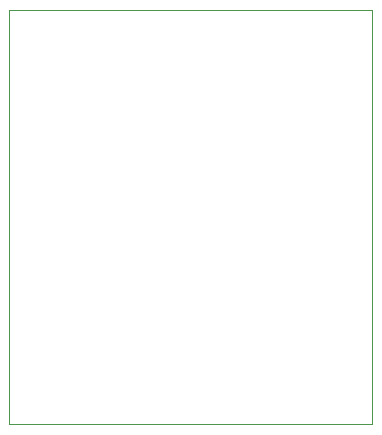
<source format=gbr>
%TF.GenerationSoftware,KiCad,Pcbnew,5.1.7+dfsg1-1*%
%TF.CreationDate,2020-10-05T18:44:40-04:00*%
%TF.ProjectId,74HC595Breakout,37344843-3539-4354-9272-65616b6f7574,rev?*%
%TF.SameCoordinates,Original*%
%TF.FileFunction,Profile,NP*%
%FSLAX46Y46*%
G04 Gerber Fmt 4.6, Leading zero omitted, Abs format (unit mm)*
G04 Created by KiCad (PCBNEW 5.1.7+dfsg1-1) date 2020-10-05 18:44:40*
%MOMM*%
%LPD*%
G01*
G04 APERTURE LIST*
%TA.AperFunction,Profile*%
%ADD10C,0.050000*%
%TD*%
G04 APERTURE END LIST*
D10*
X118872000Y-74930000D02*
X149606000Y-74930000D01*
X118872000Y-109982000D02*
X118872000Y-74930000D01*
X149606000Y-109982000D02*
X118872000Y-109982000D01*
X149606000Y-74930000D02*
X149606000Y-109982000D01*
M02*

</source>
